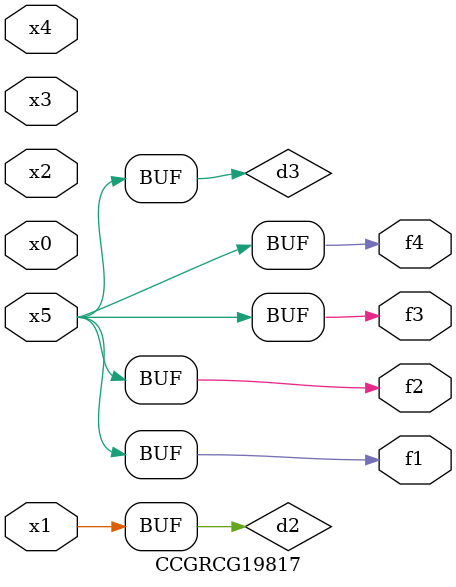
<source format=v>
module CCGRCG19817(
	input x0, x1, x2, x3, x4, x5,
	output f1, f2, f3, f4
);

	wire d1, d2, d3;

	not (d1, x5);
	or (d2, x1);
	xnor (d3, d1);
	assign f1 = d3;
	assign f2 = d3;
	assign f3 = d3;
	assign f4 = d3;
endmodule

</source>
